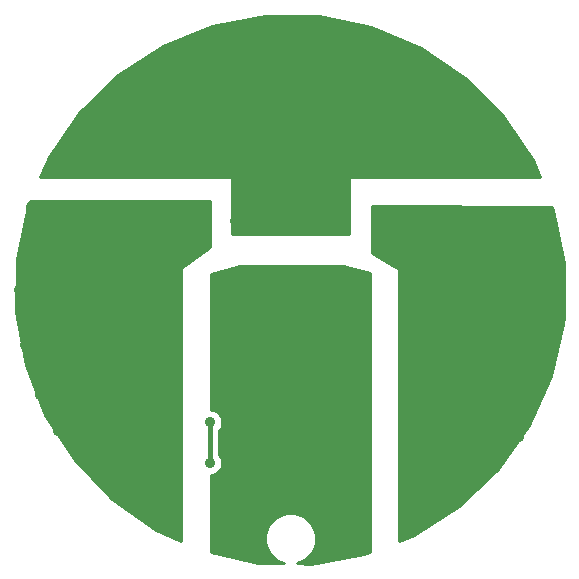
<source format=gbl>
G04 (created by PCBNEW (2013-june-11)-stable) date Tue 21 Jul 2015 11:16:44 AM EDT*
%MOIN*%
G04 Gerber Fmt 3.4, Leading zero omitted, Abs format*
%FSLAX34Y34*%
G01*
G70*
G90*
G04 APERTURE LIST*
%ADD10C,0.00590551*%
%ADD11C,0.3*%
%ADD12R,0.17X0.17*%
%ADD13C,0.035*%
%ADD14C,0.25*%
%ADD15R,0.4X0.094*%
%ADD16C,0.016*%
%ADD17C,0.01*%
G04 APERTURE END LIST*
G54D10*
G54D11*
X20425Y-22200D03*
G54D12*
X26100Y-18900D03*
G54D13*
X25450Y-19550D03*
X25450Y-18250D03*
X26750Y-18250D03*
X26750Y-19550D03*
G54D14*
X33400Y-18900D03*
X18400Y-18900D03*
G54D15*
X25900Y-16600D03*
G54D13*
X24900Y-16600D03*
X24050Y-16600D03*
X26900Y-16600D03*
X27750Y-16600D03*
G54D11*
X31350Y-22200D03*
G54D13*
X26000Y-23325D03*
X26000Y-25950D03*
X28650Y-13500D03*
X29350Y-13500D03*
X30050Y-13500D03*
X30750Y-13500D03*
X31450Y-13500D03*
X32150Y-13500D03*
X32850Y-13500D03*
X23300Y-13500D03*
X22700Y-13500D03*
X22000Y-13500D03*
X21300Y-13500D03*
X20600Y-13500D03*
X19900Y-13500D03*
X19200Y-13500D03*
X28400Y-15000D03*
X33200Y-15000D03*
X32400Y-15000D03*
X31600Y-15000D03*
X30800Y-15000D03*
X30000Y-15000D03*
X29200Y-15000D03*
X18600Y-15000D03*
X23400Y-15000D03*
X22600Y-15000D03*
X21800Y-15000D03*
X21000Y-15000D03*
X20200Y-15000D03*
X19400Y-15000D03*
X23450Y-21950D03*
X24150Y-21950D03*
X24150Y-20650D03*
X23450Y-20850D03*
X27500Y-22450D03*
X28400Y-22450D03*
X28400Y-23700D03*
X27550Y-23700D03*
X23200Y-23325D03*
X23200Y-24675D03*
X18900Y-24500D03*
X19650Y-24500D03*
X20400Y-24500D03*
X21150Y-24500D03*
X21900Y-24500D03*
X17050Y-20750D03*
X16850Y-18900D03*
X17250Y-16150D03*
X18150Y-16150D03*
X18950Y-16150D03*
X19750Y-16150D03*
X20550Y-16150D03*
X21350Y-16150D03*
X22150Y-16150D03*
X23000Y-16100D03*
X18150Y-23600D03*
X17550Y-22400D03*
X34200Y-22200D03*
X32950Y-24500D03*
X33500Y-23800D03*
X34700Y-20700D03*
X34900Y-18900D03*
X30550Y-24500D03*
X31350Y-24500D03*
X32150Y-24500D03*
X29750Y-24450D03*
X34500Y-16300D03*
X33600Y-16300D03*
X32750Y-16300D03*
X31950Y-16300D03*
X31150Y-16300D03*
X30350Y-16300D03*
X29550Y-16300D03*
X28750Y-16300D03*
G54D16*
X26000Y-23325D02*
X26000Y-25950D01*
X28650Y-13500D02*
X29350Y-13500D01*
X30750Y-13500D02*
X30050Y-13500D01*
X32150Y-13500D02*
X31450Y-13500D01*
X23300Y-13500D02*
X22700Y-13500D01*
X21300Y-13500D02*
X22000Y-13500D01*
X19900Y-13500D02*
X20600Y-13500D01*
X31600Y-15000D02*
X32400Y-15000D01*
X30000Y-15000D02*
X30800Y-15000D01*
X29200Y-15000D02*
X28400Y-15000D01*
X23400Y-15000D02*
X22600Y-15000D01*
X21000Y-15000D02*
X21800Y-15000D01*
X19400Y-15000D02*
X20200Y-15000D01*
X24150Y-20650D02*
X24150Y-21950D01*
X28400Y-22450D02*
X27500Y-22450D01*
X27550Y-23700D02*
X28400Y-23700D01*
X23200Y-24675D02*
X23200Y-23325D01*
X18900Y-24500D02*
X19650Y-24500D01*
X20400Y-24500D02*
X21150Y-24500D01*
X18150Y-16150D02*
X17250Y-16150D01*
X16850Y-18900D02*
X17000Y-19100D01*
X17000Y-19100D02*
X17050Y-20750D01*
X19750Y-16150D02*
X18950Y-16150D01*
X21350Y-16150D02*
X20550Y-16150D01*
X23000Y-16100D02*
X22150Y-16150D01*
X17550Y-22400D02*
X18150Y-23000D01*
X18150Y-23000D02*
X18150Y-23600D01*
X32950Y-24500D02*
X33500Y-23800D01*
X34200Y-22200D02*
X34538Y-21507D01*
X34538Y-21507D02*
X34700Y-20700D01*
X34900Y-18900D02*
X34600Y-18500D01*
X29800Y-24500D02*
X29750Y-24450D01*
X29800Y-24500D02*
X30550Y-24500D01*
X31350Y-24500D02*
X32150Y-24500D01*
X34600Y-18500D02*
X34500Y-16300D01*
X31950Y-16300D02*
X32750Y-16300D01*
X30350Y-16300D02*
X31150Y-16300D01*
X28750Y-16300D02*
X29550Y-16300D01*
G54D10*
G36*
X34210Y-15150D02*
X27850Y-15150D01*
X27850Y-17050D01*
X23950Y-17050D01*
X23950Y-15150D01*
X17564Y-15150D01*
X17851Y-14480D01*
X18862Y-13003D01*
X20141Y-11751D01*
X21638Y-10772D01*
X23297Y-10101D01*
X25055Y-9766D01*
X26844Y-9779D01*
X28597Y-10138D01*
X30246Y-10832D01*
X31729Y-11832D01*
X32990Y-13102D01*
X33980Y-14592D01*
X34210Y-15150D01*
X34210Y-15150D01*
G37*
G54D17*
X34210Y-15150D02*
X27850Y-15150D01*
X27850Y-17050D01*
X23950Y-17050D01*
X23950Y-15150D01*
X17564Y-15150D01*
X17851Y-14480D01*
X18862Y-13003D01*
X20141Y-11751D01*
X21638Y-10772D01*
X23297Y-10101D01*
X25055Y-9766D01*
X26844Y-9779D01*
X28597Y-10138D01*
X30246Y-10832D01*
X31729Y-11832D01*
X32990Y-13102D01*
X33980Y-14592D01*
X34210Y-15150D01*
G54D10*
G36*
X35010Y-19802D02*
X34984Y-20035D01*
X34585Y-21790D01*
X33857Y-23425D01*
X32826Y-24887D01*
X31530Y-26121D01*
X30019Y-27080D01*
X29500Y-27281D01*
X29500Y-18221D01*
X28600Y-17671D01*
X28600Y-16100D01*
X34619Y-16141D01*
X34662Y-16247D01*
X35010Y-18002D01*
X35010Y-19802D01*
X35010Y-19802D01*
G37*
G54D17*
X35010Y-19802D02*
X34984Y-20035D01*
X34585Y-21790D01*
X33857Y-23425D01*
X32826Y-24887D01*
X31530Y-26121D01*
X30019Y-27080D01*
X29500Y-27281D01*
X29500Y-18221D01*
X28600Y-17671D01*
X28600Y-16100D01*
X34619Y-16141D01*
X34662Y-16247D01*
X35010Y-18002D01*
X35010Y-19802D01*
G54D10*
G36*
X23200Y-17474D02*
X22250Y-18174D01*
X22250Y-27265D01*
X21413Y-26900D01*
X19943Y-25878D01*
X18701Y-24591D01*
X17731Y-23087D01*
X17073Y-21424D01*
X16750Y-19664D01*
X16775Y-17875D01*
X17147Y-16124D01*
X17222Y-15950D01*
X23200Y-15950D01*
X23200Y-17474D01*
X23200Y-17474D01*
G37*
G54D17*
X23200Y-17474D02*
X22250Y-18174D01*
X22250Y-27265D01*
X21413Y-26900D01*
X19943Y-25878D01*
X18701Y-24591D01*
X17731Y-23087D01*
X17073Y-21424D01*
X16750Y-19664D01*
X16775Y-17875D01*
X17147Y-16124D01*
X17222Y-15950D01*
X23200Y-15950D01*
X23200Y-17474D01*
G54D10*
G36*
X28550Y-27650D02*
X28351Y-27727D01*
X26589Y-28038D01*
X26100Y-28027D01*
X26129Y-28022D01*
X26285Y-27962D01*
X26425Y-27873D01*
X26546Y-27758D01*
X26642Y-27621D01*
X26710Y-27469D01*
X26747Y-27307D01*
X26750Y-27116D01*
X26717Y-26953D01*
X26654Y-26799D01*
X26561Y-26660D01*
X26444Y-26541D01*
X26306Y-26448D01*
X26152Y-26384D01*
X25989Y-26350D01*
X25822Y-26349D01*
X25658Y-26380D01*
X25504Y-26443D01*
X25364Y-26534D01*
X25245Y-26650D01*
X25151Y-26788D01*
X25085Y-26941D01*
X25051Y-27104D01*
X25048Y-27271D01*
X25078Y-27435D01*
X25140Y-27590D01*
X25230Y-27730D01*
X25346Y-27850D01*
X25483Y-27945D01*
X25636Y-28012D01*
X25665Y-28018D01*
X24800Y-28000D01*
X23250Y-27659D01*
X23250Y-25300D01*
X23250Y-25097D01*
X23314Y-25086D01*
X23392Y-25056D01*
X23462Y-25011D01*
X23523Y-24954D01*
X23571Y-24885D01*
X23605Y-24809D01*
X23623Y-24728D01*
X23625Y-24633D01*
X23608Y-24551D01*
X23577Y-24474D01*
X23530Y-24405D01*
X23530Y-24404D01*
X23530Y-23594D01*
X23571Y-23535D01*
X23605Y-23459D01*
X23623Y-23378D01*
X23625Y-23283D01*
X23608Y-23201D01*
X23577Y-23124D01*
X23530Y-23055D01*
X23472Y-22995D01*
X23403Y-22949D01*
X23326Y-22917D01*
X23250Y-22901D01*
X23250Y-18387D01*
X24207Y-18100D01*
X27643Y-18100D01*
X28550Y-18338D01*
X28550Y-25300D01*
X28550Y-27650D01*
X28550Y-27650D01*
G37*
G54D17*
X28550Y-27650D02*
X28351Y-27727D01*
X26589Y-28038D01*
X26100Y-28027D01*
X26129Y-28022D01*
X26285Y-27962D01*
X26425Y-27873D01*
X26546Y-27758D01*
X26642Y-27621D01*
X26710Y-27469D01*
X26747Y-27307D01*
X26750Y-27116D01*
X26717Y-26953D01*
X26654Y-26799D01*
X26561Y-26660D01*
X26444Y-26541D01*
X26306Y-26448D01*
X26152Y-26384D01*
X25989Y-26350D01*
X25822Y-26349D01*
X25658Y-26380D01*
X25504Y-26443D01*
X25364Y-26534D01*
X25245Y-26650D01*
X25151Y-26788D01*
X25085Y-26941D01*
X25051Y-27104D01*
X25048Y-27271D01*
X25078Y-27435D01*
X25140Y-27590D01*
X25230Y-27730D01*
X25346Y-27850D01*
X25483Y-27945D01*
X25636Y-28012D01*
X25665Y-28018D01*
X24800Y-28000D01*
X23250Y-27659D01*
X23250Y-25300D01*
X23250Y-25097D01*
X23314Y-25086D01*
X23392Y-25056D01*
X23462Y-25011D01*
X23523Y-24954D01*
X23571Y-24885D01*
X23605Y-24809D01*
X23623Y-24728D01*
X23625Y-24633D01*
X23608Y-24551D01*
X23577Y-24474D01*
X23530Y-24405D01*
X23530Y-24404D01*
X23530Y-23594D01*
X23571Y-23535D01*
X23605Y-23459D01*
X23623Y-23378D01*
X23625Y-23283D01*
X23608Y-23201D01*
X23577Y-23124D01*
X23530Y-23055D01*
X23472Y-22995D01*
X23403Y-22949D01*
X23326Y-22917D01*
X23250Y-22901D01*
X23250Y-18387D01*
X24207Y-18100D01*
X27643Y-18100D01*
X28550Y-18338D01*
X28550Y-25300D01*
X28550Y-27650D01*
M02*

</source>
